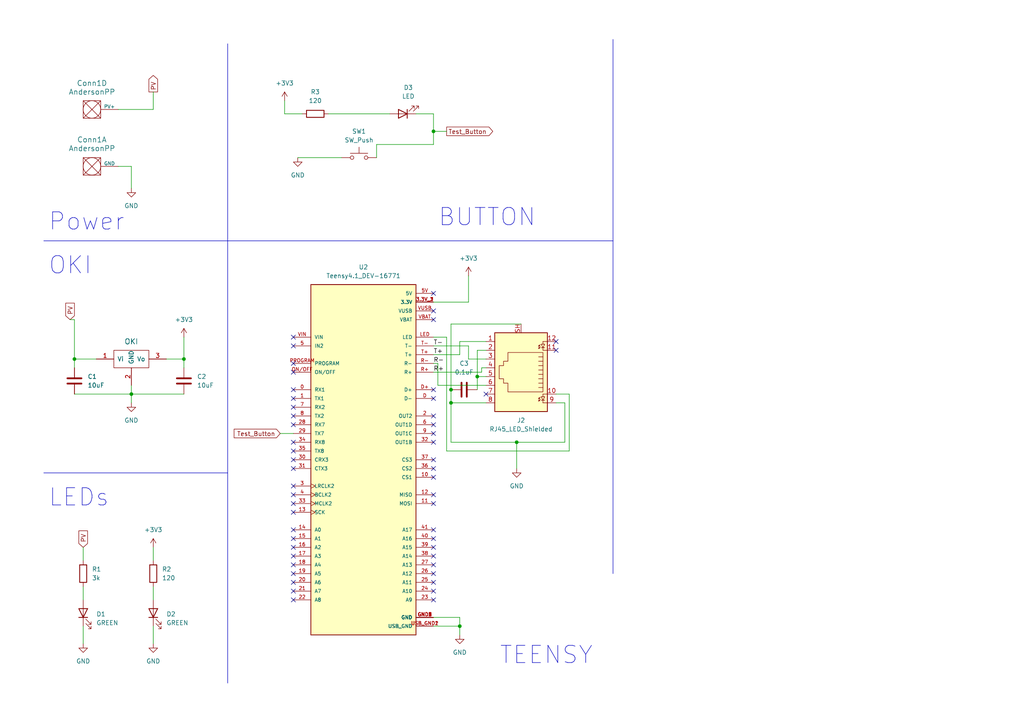
<source format=kicad_sch>
(kicad_sch (version 20230121) (generator eeschema)
  (paper "A4")
  (lib_symbols
    (symbol "Connector:RJ45_LED_Shielded" (pin_names (offset 1.016))
      (property "Reference" "J" (at -5.08 13.97 0))
      (property "Value" "RJ45_LED_Shielded" (at 1.27 13.97 0))
      (symbol "RJ45_LED_Shielded_0_1"
        (polyline (pts (xy -7.62 -7.62) (xy -6.35 -7.62)))
        (polyline (pts (xy -7.62 -5.08) (xy -6.35 -5.08)))
        (polyline (pts (xy -7.62 7.62) (xy -6.35 7.62)))
        (polyline (pts (xy -7.62 10.16) (xy -6.35 10.16)))
        (polyline (pts (xy -6.858 -5.842) (xy -5.842 -5.842)))
        (polyline (pts (xy -6.858 9.398) (xy -5.842 9.398)))
        (polyline (pts (xy -6.35 -7.62) (xy -6.35 -6.858)))
        (polyline (pts (xy -6.35 -5.08) (xy -6.35 -5.842)))
        (polyline (pts (xy -6.35 7.62) (xy -6.35 8.382)))
        (polyline (pts (xy -6.35 10.16) (xy -6.35 9.398)))
        (polyline (pts (xy -5.08 -6.223) (xy -5.207 -6.604)))
        (polyline (pts (xy -5.08 -5.588) (xy -5.207 -5.969)))
        (polyline (pts (xy -5.08 4.445) (xy -6.35 4.445)))
        (polyline (pts (xy -5.08 5.715) (xy -6.35 5.715)))
        (polyline (pts (xy -5.08 9.017) (xy -5.207 8.636)))
        (polyline (pts (xy -5.08 9.652) (xy -5.207 9.271)))
        (polyline (pts (xy -6.35 -3.175) (xy -5.08 -3.175) (xy -5.08 -3.175)))
        (polyline (pts (xy -6.35 -1.905) (xy -5.08 -1.905) (xy -5.08 -1.905)))
        (polyline (pts (xy -6.35 -0.635) (xy -5.08 -0.635) (xy -5.08 -0.635)))
        (polyline (pts (xy -6.35 0.635) (xy -5.08 0.635) (xy -5.08 0.635)))
        (polyline (pts (xy -6.35 1.905) (xy -5.08 1.905) (xy -5.08 1.905)))
        (polyline (pts (xy -5.588 -6.731) (xy -5.08 -6.223) (xy -5.461 -6.35)))
        (polyline (pts (xy -5.588 -6.096) (xy -5.08 -5.588) (xy -5.461 -5.715)))
        (polyline (pts (xy -5.588 8.509) (xy -5.08 9.017) (xy -5.461 8.89)))
        (polyline (pts (xy -5.588 9.144) (xy -5.08 9.652) (xy -5.461 9.525)))
        (polyline (pts (xy -5.08 3.175) (xy -6.35 3.175) (xy -6.35 3.175)))
        (polyline (pts (xy -6.35 -5.842) (xy -6.858 -6.858) (xy -5.842 -6.858) (xy -6.35 -5.842)))
        (polyline (pts (xy -6.35 9.398) (xy -6.858 8.382) (xy -5.842 8.382) (xy -6.35 9.398)))
        (polyline (pts (xy -6.35 -4.445) (xy -6.35 6.985) (xy 3.81 6.985) (xy 3.81 4.445) (xy 5.08 4.445) (xy 5.08 3.175) (xy 6.35 3.175) (xy 6.35 -0.635) (xy 5.08 -0.635) (xy 5.08 -1.905) (xy 3.81 -1.905) (xy 3.81 -4.445) (xy -6.35 -4.445) (xy -6.35 -4.445)))
        (rectangle (start 7.62 12.7) (end -7.62 -10.16) (stroke (width 0.254)) (fill (type background)))
      )
      (symbol "RJ45_LED_Shielded_1_1"
        (pin passive line (at 10.16 -7.62 180) (length 2.54) (name "~") (number "1"))
        (pin passive line (at -10.16 7.62 0) (length 2.54) (name "~") (number "10"))
        (pin passive line (at -10.16 -5.08 0) (length 2.54) (name "~") (number "11"))
        (pin passive line (at -10.16 -7.62 0) (length 2.54) (name "~") (number "12"))
        (pin passive line (at 10.16 -5.08 180) (length 2.54) (name "~") (number "2"))
        (pin passive line (at 10.16 -2.54 180) (length 2.54) (name "~") (number "3"))
        (pin passive line (at 10.16 0 180) (length 2.54) (name "~") (number "4"))
        (pin passive line (at 10.16 2.54 180) (length 2.54) (name "~") (number "5"))
        (pin passive line (at 10.16 5.08 180) (length 2.54) (name "~") (number "6"))
        (pin passive line (at 10.16 7.62 180) (length 2.54) (name "~") (number "7"))
        (pin passive line (at 10.16 10.16 180) (length 2.54) (name "~") (number "8"))
        (pin passive line (at -10.16 10.16 0) (length 2.54) (name "~") (number "9"))
        (pin passive line (at 0 -12.7 90) (length 2.54) (name "~") (number "SH"))
      )
    )
    (symbol "Device:C" (pin_numbers hide) (pin_names (offset 0.254))
      (property "Reference" "C" (at 0.635 2.54 0))
      (property "Value" "C" (at 0.635 -2.54 0))
      (symbol "C_0_1"
        (polyline (pts (xy -2.032 -0.762) (xy 2.032 -0.762)) (stroke (width 0.508)))
        (polyline (pts (xy -2.032 0.762) (xy 2.032 0.762)) (stroke (width 0.508)))
      )
      (symbol "C_1_1"
        (pin passive line (at 0 3.81 270) (length 2.794) (name "~") (number "1"))
        (pin passive line (at 0 -3.81 90) (length 2.794) (name "~") (number "2"))
      )
    )
    (symbol "Device:LED" (pin_numbers hide) (pin_names (offset 1.016) hide)
      (property "Reference" "D" (at 0 2.54 0))
      (property "Value" "LED" (at 0 -2.54 0))
      (symbol "LED_0_1"
        (polyline (pts (xy -1.27 -1.27) (xy -1.27 1.27)) (stroke (width 0.254)))
        (polyline (pts (xy -1.27 0) (xy 1.27 0)))
        (polyline (pts (xy 1.27 -1.27) (xy 1.27 1.27) (xy -1.27 0) (xy 1.27 -1.27)) (stroke (width 0.254)))
        (polyline (pts (xy -3.048 -0.762) (xy -4.572 -2.286) (xy -3.81 -2.286) (xy -4.572 -2.286) (xy -4.572 -1.524)))
        (polyline (pts (xy -1.778 -0.762) (xy -3.302 -2.286) (xy -2.54 -2.286) (xy -3.302 -2.286) (xy -3.302 -1.524)))
      )
      (symbol "LED_1_1"
        (pin passive line (at -3.81 0 0) (length 2.54) (name "K") (number "1"))
        (pin passive line (at 3.81 0 180) (length 2.54) (name "A") (number "2"))
      )
    )
    (symbol "Device:R" (pin_numbers hide) (pin_names (offset 0))
      (property "Reference" "R" (at 2.032 0 90))
      (property "Value" "R" (at 0 0 90))
      (symbol "R_0_1"
        (rectangle (start -1.016 -2.54) (end 1.016 2.54) (stroke (width 0.254)))
      )
      (symbol "R_1_1"
        (pin passive line (at 0 3.81 270) (length 1.27) (name "~") (number "1"))
        (pin passive line (at 0 -3.81 90) (length 1.27) (name "~") (number "2"))
      )
    )
    (symbol "MRDT_Connectors:AndersonPP" (pin_numbers hide) (pin_names (offset 0))
      (property "Reference" "Conn" (at 3.81 -1.27 0))
      (property "Value" "AndersonPP" (at 2.54 6.35 0))
      (symbol "AndersonPP_0_1"
        (polyline (pts (xy 0 5.08) (xy 5.08 0)))
        (polyline (pts (xy 5.08 5.08) (xy 0 0)))
        (rectangle (start 0 0) (end 5.08 5.08))
        (circle (center 2.54 2.54) (radius 2.54))
      )
      (symbol "AndersonPP_1_1"
        (pin input line (at 10.16 2.54 180) (length 5.08) (name "GND") (number "1"))
      )
      (symbol "AndersonPP_2_1"
        (pin input line (at 10.16 2.54 180) (length 5.08) (name "V+Log") (number "2"))
      )
      (symbol "AndersonPP_3_1"
        (pin input line (at 10.16 2.54 180) (length 5.08) (name "V+Act") (number "3"))
      )
      (symbol "AndersonPP_4_1"
        (pin input line (at 10.16 2.54 180) (length 5.08) (name "PV+") (number "4"))
      )
      (symbol "AndersonPP_5_1"
        (pin input line (at 10.16 2.54 180) (length 5.08) (name "~") (number "1"))
      )
    )
    (symbol "MRDT_Devices:OKI" (pin_names (offset 1.016))
      (property "Value" "OKI" (at 5.08 6.35 0))
      (symbol "OKI_0_1"
        (rectangle (start 0 0) (end 10.16 5.08))
      )
      (symbol "OKI_1_1"
        (pin input line (at -5.08 2.54 0) (length 5.08) (name "Vi") (number "1"))
        (pin output line (at 5.08 -5.08 90) (length 5.08) (name "GND") (number "2"))
        (pin output line (at 15.24 2.54 180) (length 5.08) (name "Vo") (number "3"))
      )
    )
    (symbol "MRDT_Shields:Teensy4.1_DEV-16771" (pin_names (offset 1.016))
      (property "Reference" "U" (at -15.24 52.07 0))
      (property "Value" "Teensy4.1_DEV-16771" (at -15.24 -53.34 0))
      (symbol "Teensy4.1_DEV-16771_0_0"
        (rectangle (start -15.24 -50.8) (end 15.24 50.8) (stroke (width 0.254)) (fill (type background)))
        (pin bidirectional line (at -20.32 20.32 0) (length 5.08) (name "RX1") (number "0"))
        (pin bidirectional line (at -20.32 17.78 0) (length 5.08) (name "TX1") (number "1"))
        (pin bidirectional line (at 20.32 -5.08 180) (length 5.08) (name "CS1") (number "10"))
        (pin bidirectional line (at 20.32 -12.7 180) (length 5.08) (name "MOSI") (number "11"))
        (pin bidirectional line (at 20.32 -10.16 180) (length 5.08) (name "MISO") (number "12"))
        (pin bidirectional clock (at -20.32 -15.24 0) (length 5.08) (name "SCK") (number "13"))
        (pin bidirectional line (at -20.32 -20.32 0) (length 5.08) (name "A0") (number "14"))
        (pin bidirectional line (at -20.32 -22.86 0) (length 5.08) (name "A1") (number "15"))
        (pin bidirectional line (at -20.32 -25.4 0) (length 5.08) (name "A2") (number "16"))
        (pin bidirectional line (at -20.32 -27.94 0) (length 5.08) (name "A3") (number "17"))
        (pin bidirectional line (at -20.32 -30.48 0) (length 5.08) (name "A4") (number "18"))
        (pin bidirectional line (at -20.32 -33.02 0) (length 5.08) (name "A5") (number "19"))
        (pin output line (at 20.32 12.7 180) (length 5.08) (name "OUT2") (number "2"))
        (pin bidirectional line (at -20.32 -35.56 0) (length 5.08) (name "A6") (number "20"))
        (pin bidirectional line (at -20.32 -38.1 0) (length 5.08) (name "A7") (number "21"))
        (pin bidirectional line (at -20.32 -40.64 0) (length 5.08) (name "A8") (number "22"))
        (pin bidirectional line (at 20.32 -40.64 180) (length 5.08) (name "A9") (number "23"))
        (pin bidirectional line (at 20.32 -38.1 180) (length 5.08) (name "A10") (number "24"))
        (pin bidirectional line (at 20.32 -35.56 180) (length 5.08) (name "A11") (number "25"))
        (pin bidirectional line (at 20.32 -33.02 180) (length 5.08) (name "A12") (number "26"))
        (pin bidirectional line (at 20.32 -30.48 180) (length 5.08) (name "A13") (number "27"))
        (pin bidirectional line (at -20.32 10.16 0) (length 5.08) (name "RX7") (number "28"))
        (pin bidirectional line (at -20.32 7.62 0) (length 5.08) (name "TX7") (number "29"))
        (pin bidirectional clock (at -20.32 -7.62 0) (length 5.08) (name "LRCLK2") (number "3"))
        (pin power_in line (at 20.32 45.72 180) (length 5.08) (name "3.3V") (number "3.3V_1"))
        (pin power_in line (at 20.32 45.72 180) (length 5.08) (name "3.3V") (number "3.3V_2"))
        (pin power_in line (at 20.32 45.72 180) (length 5.08) (name "3.3V") (number "3.3V_3"))
        (pin bidirectional line (at -20.32 0 0) (length 5.08) (name "CRX3") (number "30"))
        (pin bidirectional line (at -20.32 -2.54 0) (length 5.08) (name "CTX3") (number "31"))
        (pin output line (at 20.32 5.08 180) (length 5.08) (name "OUT1B") (number "32"))
        (pin bidirectional clock (at -20.32 -12.7 0) (length 5.08) (name "MCLK2") (number "33"))
        (pin bidirectional line (at -20.32 5.08 0) (length 5.08) (name "RX8") (number "34"))
        (pin bidirectional line (at -20.32 2.54 0) (length 5.08) (name "TX8") (number "35"))
        (pin bidirectional line (at 20.32 -2.54 180) (length 5.08) (name "CS2") (number "36"))
        (pin bidirectional line (at 20.32 0 180) (length 5.08) (name "CS3") (number "37"))
        (pin bidirectional line (at 20.32 -27.94 180) (length 5.08) (name "A14") (number "38"))
        (pin bidirectional line (at 20.32 -25.4 180) (length 5.08) (name "A15") (number "39"))
        (pin bidirectional clock (at -20.32 -10.16 0) (length 5.08) (name "BCLK2") (number "4"))
        (pin bidirectional line (at 20.32 -22.86 180) (length 5.08) (name "A16") (number "40"))
        (pin bidirectional line (at 20.32 -20.32 180) (length 5.08) (name "A17") (number "41"))
        (pin bidirectional line (at -20.32 33.02 0) (length 5.08) (name "IN2") (number "5"))
        (pin power_in line (at 20.32 48.26 180) (length 5.08) (name "5V") (number "5V"))
        (pin output line (at 20.32 10.16 180) (length 5.08) (name "OUT1D") (number "6"))
        (pin bidirectional line (at -20.32 15.24 0) (length 5.08) (name "RX2") (number "7"))
        (pin bidirectional line (at -20.32 12.7 0) (length 5.08) (name "TX2") (number "8"))
        (pin output line (at 20.32 7.62 180) (length 5.08) (name "OUT1C") (number "9"))
        (pin bidirectional line (at 20.32 17.78 180) (length 5.08) (name "D-") (number "D"))
        (pin bidirectional line (at 20.32 20.32 180) (length 5.08) (name "D+") (number "D+"))
        (pin power_in line (at 20.32 -45.72 180) (length 5.08) (name "GND") (number "GND1"))
        (pin power_in line (at 20.32 -45.72 180) (length 5.08) (name "GND") (number "GND2"))
        (pin power_in line (at 20.32 -45.72 180) (length 5.08) (name "GND") (number "GND3"))
        (pin power_in line (at 20.32 -45.72 180) (length 5.08) (name "GND") (number "GND4"))
        (pin power_in line (at 20.32 -45.72 180) (length 5.08) (name "GND") (number "GND5"))
        (pin bidirectional line (at 20.32 35.56 180) (length 5.08) (name "LED") (number "LED"))
        (pin bidirectional line (at -20.32 25.4 0) (length 5.08) (name "ON/OFF") (number "ON/OFF"))
        (pin bidirectional line (at -20.32 27.94 0) (length 5.08) (name "PROGRAM") (number "PROGRAM"))
        (pin bidirectional line (at 20.32 25.4 180) (length 5.08) (name "R+") (number "R+"))
        (pin bidirectional line (at 20.32 27.94 180) (length 5.08) (name "R-") (number "R-"))
        (pin bidirectional line (at 20.32 30.48 180) (length 5.08) (name "T+") (number "T+"))
        (pin bidirectional line (at 20.32 33.02 180) (length 5.08) (name "T-") (number "T-"))
        (pin power_in line (at 20.32 -48.26 180) (length 5.08) (name "USB_GND") (number "USB_GND1"))
        (pin power_in line (at 20.32 -48.26 180) (length 5.08) (name "USB_GND") (number "USB_GND2"))
        (pin passive line (at 20.32 40.64 180) (length 5.08) (name "VBAT") (number "VBAT"))
        (pin input line (at -20.32 35.56 0) (length 5.08) (name "VIN") (number "VIN"))
        (pin passive line (at 20.32 43.18 180) (length 5.08) (name "VUSB") (number "VUSB"))
      )
    )
    (symbol "Switch:SW_Push" (pin_numbers hide) (pin_names (offset 1.016) hide)
      (property "Reference" "SW" (at 1.27 2.54 0))
      (property "Value" "SW_Push" (at 0 -1.524 0))
      (symbol "SW_Push_0_1"
        (circle (center -2.032 0) (radius 0.508))
        (polyline (pts (xy 0 1.27) (xy 0 3.048)))
        (polyline (pts (xy 2.54 1.27) (xy -2.54 1.27)))
        (circle (center 2.032 0) (radius 0.508))
        (pin passive line (at -5.08 0 0) (length 2.54) (name "1") (number "1"))
        (pin passive line (at 5.08 0 180) (length 2.54) (name "2") (number "2"))
      )
    )
    (symbol "power:+3V3" (power) (pin_names (offset 0))
      (property "Value" "+3V3" (at 0 3.556 0))
      (symbol "+3V3_0_1"
        (polyline (pts (xy -0.762 1.27) (xy 0 2.54)))
        (polyline (pts (xy 0 0) (xy 0 2.54)))
        (polyline (pts (xy 0 2.54) (xy 0.762 1.27)))
      )
      (symbol "+3V3_1_1"
        (pin power_in line (at 0 0 90) (length 0) hide (name "+3V3") (number "1"))
      )
    )
    (symbol "power:GND" (power) (pin_names (offset 0))
      (property "Value" "GND" (at 0 -3.81 0))
      (symbol "GND_0_1"
        (polyline (pts (xy 0 0) (xy 0 -1.27) (xy 1.27 -1.27) (xy 0 -2.54) (xy -1.27 -1.27) (xy 0 -1.27)))
      )
      (symbol "GND_1_1"
        (pin power_in line (at 0 0 270) (length 0) hide (name "GND") (number "1"))
      )
    )
  )
  (junction (at 133.35 181.61))
  (junction (at 53.34 104.14))
  (junction (at 130.81 116.84))
  (junction (at 38.1 114.3))
  (junction (at 130.81 113.03))
  (junction (at 21.59 104.14))
  (junction (at 138.43 109.22))
  (junction (at 125.73 38.1))
  (junction (at 149.86 128.27))
  (no_connect (at 85.09 173.99))
  (no_connect (at 85.09 168.91))
  (no_connect (at 85.09 100.33))
  (no_connect (at 125.73 153.67))
  (no_connect (at 85.09 156.21))
  (no_connect (at 125.73 115.57))
  (no_connect (at 85.09 148.59))
  (no_connect (at 140.97 114.3))
  (no_connect (at 125.73 146.05))
  (no_connect (at 125.73 171.45))
  (no_connect (at 125.73 120.65))
  (no_connect (at 85.09 143.51))
  (no_connect (at 161.29 101.6))
  (no_connect (at 85.09 107.95))
  (no_connect (at 125.73 163.83))
  (no_connect (at 85.09 120.65))
  (no_connect (at 161.29 99.06))
  (no_connect (at 125.73 166.37))
  (no_connect (at 85.09 115.57))
  (no_connect (at 125.73 143.51))
  (no_connect (at 125.73 90.17))
  (no_connect (at 125.73 85.09))
  (no_connect (at 85.09 158.75))
  (no_connect (at 85.09 128.27))
  (no_connect (at 125.73 92.71))
  (no_connect (at 125.73 173.99))
  (no_connect (at 125.73 135.89))
  (no_connect (at 85.09 153.67))
  (no_connect (at 85.09 113.03))
  (no_connect (at 125.73 128.27))
  (no_connect (at 85.09 163.83))
  (no_connect (at 85.09 135.89))
  (no_connect (at 85.09 166.37))
  (no_connect (at 85.09 123.19))
  (no_connect (at 125.73 133.35))
  (no_connect (at 125.73 123.19))
  (no_connect (at 85.09 171.45))
  (no_connect (at 85.09 105.41))
  (no_connect (at 125.73 125.73))
  (no_connect (at 85.09 97.79))
  (no_connect (at 85.09 161.29))
  (no_connect (at 85.09 133.35))
  (no_connect (at 125.73 113.03))
  (no_connect (at 85.09 130.81))
  (no_connect (at 125.73 138.43))
  (no_connect (at 125.73 168.91))
  (no_connect (at 125.73 158.75))
  (no_connect (at 85.09 140.97))
  (no_connect (at 85.09 146.05))
  (no_connect (at 125.73 161.29))
  (no_connect (at 125.73 156.21))
  (no_connect (at 85.09 118.11))
  (wire (pts (xy 165.1 114.3) (xy 165.1 130.81)))
  (wire (pts (xy 125.73 38.1) (xy 125.73 41.91)))
  (wire (pts (xy 24.13 170.18) (xy 24.13 173.99)))
  (wire (pts (xy 125.73 97.79) (xy 129.54 97.79)))
  (wire (pts (xy 138.43 101.6) (xy 138.43 109.22)))
  (wire (pts (xy 127 105.41) (xy 127 111.76)))
  (wire (pts (xy 125.73 105.41) (xy 127 105.41)))
  (wire (pts (xy 129.54 97.79) (xy 129.54 130.81)))
  (wire (pts (xy 129.54 130.81) (xy 165.1 130.81)))
  (wire (pts (xy 130.81 116.84) (xy 130.81 128.27)))
  (wire (pts (xy 140.97 101.6) (xy 138.43 101.6)))
  (wire (pts (xy 133.35 99.06) (xy 140.97 99.06)))
  (wire (pts (xy 163.83 128.27) (xy 163.83 116.84)))
  (wire (pts (xy 21.59 92.71) (xy 21.59 104.14)))
  (wire (pts (xy 138.43 113.03) (xy 138.43 109.22)))
  (wire (pts (xy 44.45 26.67) (xy 44.45 31.75)))
  (wire (pts (xy 21.59 104.14) (xy 27.94 104.14)))
  (wire (pts (xy 24.13 181.61) (xy 24.13 186.69)))
  (wire (pts (xy 125.73 181.61) (xy 133.35 181.61)))
  (polyline (pts (xy 66.04 69.85) (xy 66.04 137.16)))
  (polyline (pts (xy 12.7 137.16) (xy 66.04 137.16)))
  (wire (pts (xy 120.65 33.02) (xy 125.73 33.02)))
  (wire (pts (xy 38.1 114.3) (xy 38.1 116.84)))
  (polyline (pts (xy 177.8 11.43) (xy 177.8 166.37)))
  (wire (pts (xy 135.89 87.63) (xy 125.73 87.63)))
  (polyline (pts (xy 12.7 69.85) (xy 66.04 69.85)))
  (wire (pts (xy 82.55 29.21) (xy 82.55 33.02)))
  (wire (pts (xy 130.81 93.98) (xy 130.81 113.03)))
  (wire (pts (xy 34.29 48.26) (xy 38.1 48.26)))
  (wire (pts (xy 130.81 93.98) (xy 151.13 93.98)))
  (wire (pts (xy 24.13 158.75) (xy 24.13 162.56)))
  (wire (pts (xy 125.73 41.91) (xy 109.22 41.91)))
  (wire (pts (xy 135.89 104.14) (xy 140.97 104.14)))
  (wire (pts (xy 109.22 41.91) (xy 109.22 45.72)))
  (wire (pts (xy 161.29 114.3) (xy 165.1 114.3)))
  (wire (pts (xy 140.97 116.84) (xy 130.81 116.84)))
  (wire (pts (xy 133.35 102.87) (xy 133.35 99.06)))
  (wire (pts (xy 48.26 104.14) (xy 53.34 104.14)))
  (polyline (pts (xy 66.04 69.85) (xy 177.8 69.85)))
  (wire (pts (xy 149.86 128.27) (xy 163.83 128.27)))
  (wire (pts (xy 127 111.76) (xy 140.97 111.76)))
  (wire (pts (xy 133.35 181.61) (xy 133.35 184.15)))
  (wire (pts (xy 125.73 38.1) (xy 129.54 38.1)))
  (wire (pts (xy 125.73 100.33) (xy 135.89 100.33)))
  (wire (pts (xy 161.29 116.84) (xy 163.83 116.84)))
  (wire (pts (xy 130.81 128.27) (xy 149.86 128.27)))
  (wire (pts (xy 21.59 104.14) (xy 21.59 106.68)))
  (wire (pts (xy 21.59 114.3) (xy 38.1 114.3)))
  (wire (pts (xy 44.45 158.75) (xy 44.45 162.56)))
  (wire (pts (xy 139.7 107.95) (xy 139.7 106.68)))
  (wire (pts (xy 44.45 170.18) (xy 44.45 173.99)))
  (wire (pts (xy 125.73 33.02) (xy 125.73 38.1)))
  (wire (pts (xy 82.55 33.02) (xy 87.63 33.02)))
  (wire (pts (xy 125.73 107.95) (xy 139.7 107.95)))
  (wire (pts (xy 44.45 181.61) (xy 44.45 186.69)))
  (wire (pts (xy 53.34 104.14) (xy 53.34 106.68)))
  (wire (pts (xy 125.73 179.07) (xy 133.35 179.07)))
  (wire (pts (xy 38.1 48.26) (xy 38.1 54.61)))
  (wire (pts (xy 20.32 92.71) (xy 21.59 92.71)))
  (wire (pts (xy 135.89 100.33) (xy 135.89 104.14)))
  (wire (pts (xy 81.28 125.73) (xy 85.09 125.73)))
  (wire (pts (xy 149.86 128.27) (xy 149.86 135.89)))
  (wire (pts (xy 86.36 45.72) (xy 99.06 45.72)))
  (polyline (pts (xy 66.04 137.16) (xy 66.04 198.12)))
  (wire (pts (xy 133.35 179.07) (xy 133.35 181.61)))
  (wire (pts (xy 38.1 111.76) (xy 38.1 114.3)))
  (wire (pts (xy 139.7 106.68) (xy 140.97 106.68)))
  (wire (pts (xy 125.73 102.87) (xy 133.35 102.87)))
  (wire (pts (xy 53.34 97.79) (xy 53.34 104.14)))
  (wire (pts (xy 44.45 31.75) (xy 34.29 31.75)))
  (wire (pts (xy 138.43 109.22) (xy 140.97 109.22)))
  (wire (pts (xy 135.89 80.01) (xy 135.89 87.63)))
  (wire (pts (xy 38.1 114.3) (xy 53.34 114.3)))
  (wire (pts (xy 95.25 33.02) (xy 113.03 33.02)))
  (wire (pts (xy 130.81 113.03) (xy 130.81 116.84)))
  (polyline (pts (xy 66.04 12.7) (xy 66.04 69.85)))
  (text "Power\n" (at 13.97 67.31 0) (effects (font (size 5 5)) (justify left bottom)))
  (text "OKI" (at 13.97 80.01 0) (effects (font (size 5 5)) (justify left bottom)))
  (text "BUTTON" (at 127 66.04 0) (effects (font (size 5 5)) (justify left bottom)))
  (text "LEDs" (at 13.97 147.32 0) (effects (font (size 5 5)) (justify left bottom)))
  (text "TEENSY" (at 144.78 193.04 0) (effects (font (size 5 5)) (justify left bottom)))
  (label "T-" (at 125.73 100.33 0))
  (label "T+" (at 125.73 102.87 0))
  (label "R-" (at 125.73 105.41 0))
  (label "R+" (at 125.73 107.95 0))
  (global_label "PV" (shape input) (at 24.13 158.75 90) (property "Intersheetrefs" "${INTERSHEET_REFS}" (effects hide)))
  (global_label "Test_Button" (shape output) (at 129.54 38.1 0) (property "Intersheetrefs" "${INTERSHEET_REFS}" (effects hide)))
  (global_label "Test_Button" (shape input) (at 81.28 125.73 180) (property "Intersheetrefs" "${INTERSHEET_REFS}" (effects hide)))
  (global_label "PV" (shape output) (at 44.45 26.67 90) (property "Intersheetrefs" "${INTERSHEET_REFS}" (effects hide)))
  (global_label "PV" (shape input) (at 20.32 92.71 90) (property "Intersheetrefs" "${INTERSHEET_REFS}" (effects hide)))
  (symbol (lib_id "Device:LED") (at 44.45 177.8 90) (unit 1)
    (property "Reference" "D2" (at 48.26 178.1175 90) (effects (justify right)))
    (property "Value" "GREEN" (at 48.26 180.6575 90) (effects (justify right)))
    (property "Footprint" "LED_SMD:LED_0603_1608Metric_Pad1.05x0.95mm_HandSolder" (effects hide))
  )
  (symbol (lib_id "power:GND") (at 86.36 45.72 0) (unit 1)
    (property "Reference" "#PWR011" (effects hide))
    (property "Value" "GND" (at 86.36 50.8 0))
  )
  (symbol (lib_id "power:+3V3") (at 44.45 158.75 0) (unit 1)
    (property "Reference" "#PWR06" (effects hide))
    (property "Value" "+3V3" (at 44.45 153.67 0))
  )
  (symbol (lib_id "Device:LED") (at 24.13 177.8 90) (unit 1)
    (property "Reference" "D1" (at 27.94 178.1175 90) (effects (justify right)))
    (property "Value" "GREEN" (at 27.94 180.6575 90) (effects (justify right)))
    (property "Footprint" "LED_SMD:LED_0603_1608Metric_Pad1.05x0.95mm_HandSolder" (effects hide))
  )
  (symbol (lib_id "Connector:RJ45_LED_Shielded") (at 151.13 106.68 180) (unit 1)
    (property "Reference" "J2" (at 151.13 121.92 0))
    (property "Value" "RJ45_LED_Shielded" (at 151.13 124.46 0))
    (property "Footprint" "MRDT_Connectors:RJ45_Teensy" (effects hide))
  )
  (symbol (lib_id "power:GND") (at 38.1 54.61 0) (unit 1)
    (property "Reference" "#PWR01" (effects hide))
    (property "Value" "GND" (at 38.1 59.69 0))
  )
  (symbol (lib_id "MRDT_Devices:OKI") (at 33.02 106.68 0) (unit 1)
    (property "Reference" "U1" (effects hide))
    (property "Value" "OKI" (at 38.1 99.06 0) (effects (font (size 1.524 1.524))))
    (property "Footprint" "MRDT_Devices:OKI_Horizontal" (effects hide))
  )
  (symbol (lib_id "Device:R") (at 24.13 166.37 0) (unit 1)
    (property "Reference" "R1" (at 26.67 165.1 0) (effects (justify left)))
    (property "Value" "3k" (at 26.67 167.64 0) (effects (justify left)))
    (property "Footprint" "Resistor_SMD:R_0603_1608Metric_Pad0.98x0.95mm_HandSolder" (effects hide))
  )
  (symbol (lib_id "power:+3V3") (at 53.34 97.79 0) (unit 1)
    (property "Reference" "#PWR03" (effects hide))
    (property "Value" "+3V3" (at 53.34 92.71 0))
  )
  (symbol (lib_id "power:GND") (at 24.13 186.69 0) (unit 1)
    (property "Reference" "#PWR04" (effects hide))
    (property "Value" "GND" (at 24.13 191.77 0))
  )
  (symbol (lib_id "Switch:SW_Push") (at 104.14 45.72 0) (unit 1)
    (property "Reference" "SW1" (at 104.14 38.1 0))
    (property "Value" "SW_Push" (at 104.14 40.64 0))
    (property "Footprint" "Button_Switch_SMD:SW_SPST_TL3305A" (effects hide))
  )
  (symbol (lib_id "Device:R") (at 44.45 166.37 0) (unit 1)
    (property "Reference" "R2" (at 46.99 165.1 0) (effects (justify left)))
    (property "Value" "120" (at 46.99 167.64 0) (effects (justify left)))
    (property "Footprint" "Resistor_SMD:R_0603_1608Metric_Pad0.98x0.95mm_HandSolder" (effects hide))
  )
  (symbol (lib_id "power:GND") (at 149.86 135.89 0) (unit 1)
    (property "Reference" "#PWR09" (effects hide))
    (property "Value" "GND" (at 149.86 140.97 0))
  )
  (symbol (lib_id "Device:R") (at 91.44 33.02 90) (unit 1)
    (property "Reference" "R3" (at 91.44 26.67 90))
    (property "Value" "120" (at 91.44 29.21 90))
    (property "Footprint" "Resistor_SMD:R_0603_1608Metric_Pad0.98x0.95mm_HandSolder" (effects hide))
  )
  (symbol (lib_id "Device:C") (at 21.59 110.49 0) (unit 1)
    (property "Reference" "C1" (at 25.4 109.22 0) (effects (justify left)))
    (property "Value" "10uF" (at 25.4 111.76 0) (effects (justify left)))
    (property "Footprint" "Capacitor_SMD:C_0603_1608Metric_Pad1.08x0.95mm_HandSolder" (effects hide))
  )
  (symbol (lib_id "power:GND") (at 38.1 116.84 0) (unit 1)
    (property "Reference" "#PWR02" (effects hide))
    (property "Value" "GND" (at 38.1 121.92 0))
  )
  (symbol (lib_id "power:GND") (at 44.45 186.69 0) (unit 1)
    (property "Reference" "#PWR05" (effects hide))
    (property "Value" "GND" (at 44.45 191.77 0))
  )
  (symbol (lib_id "MRDT_Shields:Teensy4.1_DEV-16771") (at 105.41 133.35 0) (unit 1)
    (property "Reference" "U2" (at 105.41 77.47 0))
    (property "Value" "Teensy4.1_DEV-16771" (at 105.41 80.01 0))
    (property "Footprint" "MRDT_Shields:Teensy_4_1_Ethernet" (effects hide))
    (property "STANDARD" "Manufacturer recommendations" (effects hide))
    (property "MAXIMUM_PACKAGE_HEIGHT" "4.07mm" (effects hide))
    (property "MANUFACTURER" "SparkFun Electronics" (effects hide))
    (property "PARTREV" "4.1" (effects hide))
  )
  (symbol (lib_id "Device:LED") (at 116.84 33.02 180) (unit 1)
    (property "Reference" "D3" (at 118.4275 25.4 0))
    (property "Value" "LED" (at 118.4275 27.94 0))
    (property "Footprint" "LED_SMD:LED_0603_1608Metric_Pad1.05x0.95mm_HandSolder" (effects hide))
  )
  (symbol (lib_id "power:GND") (at 133.35 184.15 0) (unit 1)
    (property "Reference" "#PWR08" (effects hide))
    (property "Value" "GND" (at 133.35 189.23 0))
  )
  (symbol (lib_id "Device:C") (at 134.62 113.03 90) (unit 1)
    (property "Reference" "C3" (at 134.62 105.41 90))
    (property "Value" "0.1uF" (at 134.62 107.95 90))
    (property "Footprint" "Capacitor_SMD:C_0603_1608Metric_Pad1.08x0.95mm_HandSolder" (effects hide))
  )
  (symbol (lib_id "power:+3V3") (at 135.89 80.01 0) (unit 1)
    (property "Reference" "#PWR07" (effects hide))
    (property "Value" "+3V3" (at 135.89 74.93 0))
  )
  (symbol (lib_id "MRDT_Connectors:AndersonPP") (at 24.13 34.29 0) (unit 4)
    (property "Reference" "Conn1" (at 26.67 24.13 0) (effects (font (size 1.524 1.524))))
    (property "Value" "AndersonPP" (at 26.67 26.67 0) (effects (font (size 1.524 1.524))))
    (property "Footprint" "MRDT_Connectors:Square_Anderson_2_H_Side_By_Side_PV" (effects hide))
  )
  (symbol (lib_id "Device:C") (at 53.34 110.49 0) (unit 1)
    (property "Reference" "C2" (at 57.15 109.22 0) (effects (justify left)))
    (property "Value" "10uF" (at 57.15 111.76 0) (effects (justify left)))
    (property "Footprint" "Capacitor_SMD:C_0603_1608Metric_Pad1.08x0.95mm_HandSolder" (effects hide))
  )
  (symbol (lib_id "power:+3V3") (at 82.55 29.21 0) (unit 1)
    (property "Reference" "#PWR010" (effects hide))
    (property "Value" "+3V3" (at 82.55 24.13 0))
  )
  (symbol (lib_id "MRDT_Connectors:AndersonPP") (at 24.13 50.8 0) (unit 1)
    (property "Reference" "Conn1" (at 26.67 40.5091 0) (effects (font (size 1.524 1.524))))
    (property "Value" "AndersonPP" (at 26.67 43.0491 0) (effects (font (size 1.524 1.524))))
    (property "Footprint" "MRDT_Connectors:Square_Anderson_2_H_Side_By_Side_PV" (effects hide))
  )
)
</source>
